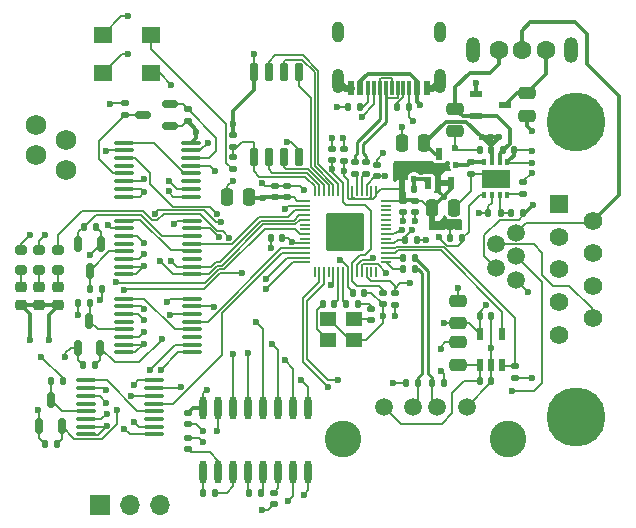
<source format=gtl>
G04 #@! TF.GenerationSoftware,KiCad,Pcbnew,7.0.8*
G04 #@! TF.CreationDate,2023-10-01T21:36:48-07:00*
G04 #@! TF.ProjectId,babelfish,62616265-6c66-4697-9368-2e6b69636164,REV1*
G04 #@! TF.SameCoordinates,Original*
G04 #@! TF.FileFunction,Copper,L1,Top*
G04 #@! TF.FilePolarity,Positive*
%FSLAX46Y46*%
G04 Gerber Fmt 4.6, Leading zero omitted, Abs format (unit mm)*
G04 Created by KiCad (PCBNEW 7.0.8) date 2023-10-01 21:36:48*
%MOMM*%
%LPD*%
G01*
G04 APERTURE LIST*
G04 Aperture macros list*
%AMRoundRect*
0 Rectangle with rounded corners*
0 $1 Rounding radius*
0 $2 $3 $4 $5 $6 $7 $8 $9 X,Y pos of 4 corners*
0 Add a 4 corners polygon primitive as box body*
4,1,4,$2,$3,$4,$5,$6,$7,$8,$9,$2,$3,0*
0 Add four circle primitives for the rounded corners*
1,1,$1+$1,$2,$3*
1,1,$1+$1,$4,$5*
1,1,$1+$1,$6,$7*
1,1,$1+$1,$8,$9*
0 Add four rect primitives between the rounded corners*
20,1,$1+$1,$2,$3,$4,$5,0*
20,1,$1+$1,$4,$5,$6,$7,0*
20,1,$1+$1,$6,$7,$8,$9,0*
20,1,$1+$1,$8,$9,$2,$3,0*%
G04 Aperture macros list end*
G04 #@! TA.AperFunction,SMDPad,CuDef*
%ADD10O,1.731496X0.343002*%
G04 #@! TD*
G04 #@! TA.AperFunction,SMDPad,CuDef*
%ADD11R,0.622301X1.104902*%
G04 #@! TD*
G04 #@! TA.AperFunction,SMDPad,CuDef*
%ADD12RoundRect,0.135000X-0.135000X-0.185000X0.135000X-0.185000X0.135000X0.185000X-0.135000X0.185000X0*%
G04 #@! TD*
G04 #@! TA.AperFunction,SMDPad,CuDef*
%ADD13RoundRect,0.150000X-0.150000X0.512500X-0.150000X-0.512500X0.150000X-0.512500X0.150000X0.512500X0*%
G04 #@! TD*
G04 #@! TA.AperFunction,SMDPad,CuDef*
%ADD14RoundRect,0.250000X0.475000X-0.250000X0.475000X0.250000X-0.475000X0.250000X-0.475000X-0.250000X0*%
G04 #@! TD*
G04 #@! TA.AperFunction,SMDPad,CuDef*
%ADD15RoundRect,0.135000X0.185000X-0.135000X0.185000X0.135000X-0.185000X0.135000X-0.185000X-0.135000X0*%
G04 #@! TD*
G04 #@! TA.AperFunction,SMDPad,CuDef*
%ADD16RoundRect,0.250000X0.250000X0.475000X-0.250000X0.475000X-0.250000X-0.475000X0.250000X-0.475000X0*%
G04 #@! TD*
G04 #@! TA.AperFunction,SMDPad,CuDef*
%ADD17C,1.500000*%
G04 #@! TD*
G04 #@! TA.AperFunction,ComponentPad*
%ADD18R,1.700000X1.700000*%
G04 #@! TD*
G04 #@! TA.AperFunction,ComponentPad*
%ADD19O,1.700000X1.700000*%
G04 #@! TD*
G04 #@! TA.AperFunction,SMDPad,CuDef*
%ADD20RoundRect,0.140000X-0.170000X0.140000X-0.170000X-0.140000X0.170000X-0.140000X0.170000X0.140000X0*%
G04 #@! TD*
G04 #@! TA.AperFunction,SMDPad,CuDef*
%ADD21RoundRect,0.218750X0.256250X-0.218750X0.256250X0.218750X-0.256250X0.218750X-0.256250X-0.218750X0*%
G04 #@! TD*
G04 #@! TA.AperFunction,SMDPad,CuDef*
%ADD22RoundRect,0.140000X0.140000X0.170000X-0.140000X0.170000X-0.140000X-0.170000X0.140000X-0.170000X0*%
G04 #@! TD*
G04 #@! TA.AperFunction,SMDPad,CuDef*
%ADD23RoundRect,0.140000X-0.140000X-0.170000X0.140000X-0.170000X0.140000X0.170000X-0.140000X0.170000X0*%
G04 #@! TD*
G04 #@! TA.AperFunction,SMDPad,CuDef*
%ADD24RoundRect,0.135000X0.135000X0.185000X-0.135000X0.185000X-0.135000X-0.185000X0.135000X-0.185000X0*%
G04 #@! TD*
G04 #@! TA.AperFunction,SMDPad,CuDef*
%ADD25RoundRect,0.135000X-0.185000X0.135000X-0.185000X-0.135000X0.185000X-0.135000X0.185000X0.135000X0*%
G04 #@! TD*
G04 #@! TA.AperFunction,ComponentPad*
%ADD26O,1.000000X2.100000*%
G04 #@! TD*
G04 #@! TA.AperFunction,ComponentPad*
%ADD27O,1.000000X1.800000*%
G04 #@! TD*
G04 #@! TA.AperFunction,SMDPad,CuDef*
%ADD28R,0.600000X1.240005*%
G04 #@! TD*
G04 #@! TA.AperFunction,SMDPad,CuDef*
%ADD29R,0.300000X1.240005*%
G04 #@! TD*
G04 #@! TA.AperFunction,SMDPad,CuDef*
%ADD30RoundRect,0.250000X-0.250000X-0.475000X0.250000X-0.475000X0.250000X0.475000X-0.250000X0.475000X0*%
G04 #@! TD*
G04 #@! TA.AperFunction,ComponentPad*
%ADD31C,1.750000*%
G04 #@! TD*
G04 #@! TA.AperFunction,SMDPad,CuDef*
%ADD32R,0.600000X1.070003*%
G04 #@! TD*
G04 #@! TA.AperFunction,SMDPad,CuDef*
%ADD33RoundRect,0.140000X0.170000X-0.140000X0.170000X0.140000X-0.170000X0.140000X-0.170000X-0.140000X0*%
G04 #@! TD*
G04 #@! TA.AperFunction,ComponentPad*
%ADD34O,1.599949X1.600000*%
G04 #@! TD*
G04 #@! TA.AperFunction,ComponentPad*
%ADD35O,1.200000X2.200000*%
G04 #@! TD*
G04 #@! TA.AperFunction,SMDPad,CuDef*
%ADD36RoundRect,0.200000X-0.275000X0.200000X-0.275000X-0.200000X0.275000X-0.200000X0.275000X0.200000X0*%
G04 #@! TD*
G04 #@! TA.AperFunction,SMDPad,CuDef*
%ADD37RoundRect,0.150000X0.512500X0.150000X-0.512500X0.150000X-0.512500X-0.150000X0.512500X-0.150000X0*%
G04 #@! TD*
G04 #@! TA.AperFunction,SMDPad,CuDef*
%ADD38R,0.350013X0.600000*%
G04 #@! TD*
G04 #@! TA.AperFunction,SMDPad,CuDef*
%ADD39R,2.400051X1.600000*%
G04 #@! TD*
G04 #@! TA.AperFunction,SMDPad,CuDef*
%ADD40RoundRect,0.150000X0.150000X-0.512500X0.150000X0.512500X-0.150000X0.512500X-0.150000X-0.512500X0*%
G04 #@! TD*
G04 #@! TA.AperFunction,SMDPad,CuDef*
%ADD41RoundRect,0.050000X-0.387500X-0.050000X0.387500X-0.050000X0.387500X0.050000X-0.387500X0.050000X0*%
G04 #@! TD*
G04 #@! TA.AperFunction,SMDPad,CuDef*
%ADD42RoundRect,0.050000X-0.050000X-0.387500X0.050000X-0.387500X0.050000X0.387500X-0.050000X0.387500X0*%
G04 #@! TD*
G04 #@! TA.AperFunction,ComponentPad*
%ADD43C,0.600000*%
G04 #@! TD*
G04 #@! TA.AperFunction,SMDPad,CuDef*
%ADD44RoundRect,0.144000X-1.456000X-1.456000X1.456000X-1.456000X1.456000X1.456000X-1.456000X1.456000X0*%
G04 #@! TD*
G04 #@! TA.AperFunction,ComponentPad*
%ADD45C,1.500000*%
G04 #@! TD*
G04 #@! TA.AperFunction,ComponentPad*
%ADD46C,3.100000*%
G04 #@! TD*
G04 #@! TA.AperFunction,SMDPad,CuDef*
%ADD47RoundRect,0.250000X-0.475000X0.250000X-0.475000X-0.250000X0.475000X-0.250000X0.475000X0.250000X0*%
G04 #@! TD*
G04 #@! TA.AperFunction,SMDPad,CuDef*
%ADD48R,1.400000X1.200000*%
G04 #@! TD*
G04 #@! TA.AperFunction,SMDPad,CuDef*
%ADD49O,0.602007X1.970993*%
G04 #@! TD*
G04 #@! TA.AperFunction,SMDPad,CuDef*
%ADD50RoundRect,0.150000X0.150000X-0.650000X0.150000X0.650000X-0.150000X0.650000X-0.150000X-0.650000X0*%
G04 #@! TD*
G04 #@! TA.AperFunction,SMDPad,CuDef*
%ADD51R,1.529997X1.359995*%
G04 #@! TD*
G04 #@! TA.AperFunction,SMDPad,CuDef*
%ADD52R,1.070003X0.600000*%
G04 #@! TD*
G04 #@! TA.AperFunction,ComponentPad*
%ADD53R,1.574803X1.574803*%
G04 #@! TD*
G04 #@! TA.AperFunction,ComponentPad*
%ADD54C,1.574803*%
G04 #@! TD*
G04 #@! TA.AperFunction,ComponentPad*
%ADD55C,5.000000*%
G04 #@! TD*
G04 #@! TA.AperFunction,ViaPad*
%ADD56C,0.600000*%
G04 #@! TD*
G04 #@! TA.AperFunction,Conductor*
%ADD57C,0.200000*%
G04 #@! TD*
G04 #@! TA.AperFunction,Conductor*
%ADD58C,0.150000*%
G04 #@! TD*
G04 #@! TA.AperFunction,Conductor*
%ADD59C,0.300000*%
G04 #@! TD*
G04 #@! TA.AperFunction,Conductor*
%ADD60C,0.600000*%
G04 #@! TD*
G04 #@! TA.AperFunction,Conductor*
%ADD61C,0.286000*%
G04 #@! TD*
G04 #@! TA.AperFunction,Conductor*
%ADD62C,0.152400*%
G04 #@! TD*
G04 APERTURE END LIST*
D10*
X93266655Y-81399796D03*
X93266655Y-82049784D03*
X93266655Y-82699771D03*
X93266655Y-83350012D03*
X93266655Y-84000000D03*
X93266655Y-84649987D03*
X93266655Y-85299974D03*
X93266655Y-85949962D03*
X98998177Y-85949962D03*
X98998177Y-85299974D03*
X98998177Y-84649987D03*
X98998177Y-84000000D03*
X98998177Y-83350012D03*
X98998177Y-82699771D03*
X98998177Y-82049784D03*
X98998177Y-81399796D03*
X93298177Y-87999822D03*
X93298177Y-88649810D03*
X93298177Y-89299797D03*
X93298177Y-89950038D03*
X93298177Y-90600026D03*
X93298177Y-91250013D03*
X93298177Y-91900000D03*
X93298177Y-92549988D03*
X99029699Y-92549988D03*
X99029699Y-91900000D03*
X99029699Y-91250013D03*
X99029699Y-90600026D03*
X99029699Y-89950038D03*
X99029699Y-89299797D03*
X99029699Y-88649810D03*
X99029699Y-87999822D03*
X93298177Y-94599796D03*
X93298177Y-95249784D03*
X93298177Y-95899771D03*
X93298177Y-96550012D03*
X93298177Y-97200000D03*
X93298177Y-97849987D03*
X93298177Y-98499974D03*
X93298177Y-99149962D03*
X99029699Y-99149962D03*
X99029699Y-98499974D03*
X99029699Y-97849987D03*
X99029699Y-97200000D03*
X99029699Y-96550012D03*
X99029699Y-95899771D03*
X99029699Y-95249784D03*
X99029699Y-94599796D03*
X90100000Y-101524917D03*
X90100000Y-102174905D03*
X90100000Y-102824892D03*
X90100000Y-103475133D03*
X90100000Y-104125121D03*
X90100000Y-104775108D03*
X90100000Y-105425095D03*
X90100000Y-106075083D03*
X95831522Y-106075083D03*
X95831522Y-105425095D03*
X95831522Y-104775108D03*
X95831522Y-104125121D03*
X95831522Y-103475133D03*
X95831522Y-102824892D03*
X95831522Y-102174905D03*
X95831522Y-101524917D03*
D11*
X123400585Y-100200000D03*
X124349785Y-100200000D03*
X125300000Y-100200000D03*
X125300000Y-97600050D03*
X123400585Y-97600050D03*
D12*
X89384000Y-94927500D03*
X90404000Y-94927500D03*
D13*
X91330000Y-89971800D03*
X89430000Y-89971800D03*
X90380000Y-92246800D03*
D14*
X121600000Y-96700000D03*
X121600000Y-94800000D03*
D15*
X98671377Y-79546774D03*
X98671377Y-78526774D03*
D16*
X118700000Y-81450000D03*
X116800000Y-81450000D03*
D17*
X126500000Y-93000000D03*
D18*
X91260000Y-112100000D03*
D19*
X93800000Y-112100000D03*
X96340000Y-112100000D03*
D20*
X98700000Y-106368830D03*
X98700000Y-107328830D03*
D21*
X84550000Y-95175000D03*
X84550000Y-93600000D03*
D22*
X106675500Y-89439000D03*
X105715500Y-89439000D03*
D23*
X116850000Y-85350000D03*
X117810000Y-85350000D03*
D24*
X118200000Y-101750000D03*
X117180000Y-101750000D03*
D25*
X116200000Y-94100000D03*
X116200000Y-95120000D03*
D21*
X86100000Y-95175000D03*
X86100000Y-93600000D03*
D26*
X120025500Y-76169086D03*
X111385419Y-76169086D03*
D27*
X111385419Y-71989000D03*
X120025500Y-71989000D03*
D28*
X118905358Y-76789101D03*
X118105510Y-76789101D03*
D29*
X116955396Y-76789101D03*
X115955396Y-76789101D03*
X115455523Y-76789101D03*
X114455523Y-76789101D03*
D28*
X112505561Y-76789101D03*
X113305409Y-76789101D03*
D29*
X113955396Y-76789101D03*
X114955396Y-76789101D03*
X116455523Y-76789101D03*
X117455523Y-76789101D03*
D20*
X106000000Y-111028830D03*
X106000000Y-111988830D03*
D30*
X119350000Y-86900000D03*
X121250000Y-86900000D03*
D31*
X88340000Y-83710000D03*
X85800000Y-82440000D03*
X88340000Y-81170000D03*
X85800000Y-79900000D03*
D15*
X127069979Y-85730051D03*
X127069979Y-84710051D03*
D24*
X121920000Y-89500000D03*
X120900000Y-89500000D03*
X117910500Y-91122600D03*
X116890500Y-91122600D03*
D17*
X124750000Y-92000000D03*
D25*
X102477600Y-80722800D03*
X102477600Y-81742800D03*
D20*
X117900000Y-86300000D03*
X117900000Y-87260000D03*
D32*
X119050038Y-84820154D03*
X120949962Y-84820154D03*
X120000000Y-82350000D03*
D33*
X111875500Y-82900000D03*
X111875500Y-81940000D03*
D34*
X128999975Y-73542990D03*
X127000000Y-73543066D03*
X125000000Y-73543066D03*
D35*
X122849886Y-73543066D03*
X131150114Y-73543066D03*
D36*
X84550000Y-90500000D03*
X84550000Y-92150000D03*
D20*
X116900000Y-86300000D03*
X116900000Y-87260000D03*
D37*
X97198177Y-79999974D03*
X97198177Y-78099974D03*
X94923177Y-79049974D03*
D21*
X87700000Y-95175000D03*
X87700000Y-93600000D03*
D24*
X88129600Y-101583200D03*
X87109600Y-101583200D03*
D25*
X126400000Y-100280000D03*
X126400000Y-101300000D03*
D23*
X103900000Y-111028830D03*
X104860000Y-111028830D03*
X117100000Y-89600000D03*
X118060000Y-89600000D03*
D38*
X123780139Y-85849848D03*
X124440032Y-85850102D03*
X125099926Y-85850102D03*
X125760073Y-85850102D03*
X125760073Y-83050000D03*
X125099926Y-83050000D03*
X124440032Y-83050000D03*
X123780139Y-83050000D03*
D39*
X124769979Y-84450051D03*
D17*
X124750000Y-90000000D03*
D23*
X123400000Y-101600000D03*
X124360000Y-101600000D03*
D25*
X113765500Y-83006200D03*
X113765500Y-84026200D03*
D40*
X86134800Y-105410000D03*
X88034800Y-105410000D03*
X87084800Y-103135000D03*
D41*
X108588000Y-86326500D03*
X108588000Y-86726500D03*
X108588000Y-87126500D03*
X108588000Y-87526500D03*
X108588000Y-87926500D03*
X108588000Y-88326500D03*
X108588000Y-88726500D03*
X108588000Y-89126500D03*
X108588000Y-89526500D03*
X108588000Y-89926500D03*
X108588000Y-90326500D03*
X108588000Y-90726500D03*
X108588000Y-91126500D03*
X108588000Y-91526500D03*
D42*
X109425500Y-92364000D03*
X109825500Y-92364000D03*
X110225500Y-92364000D03*
X110625500Y-92364000D03*
X111025500Y-92364000D03*
X111425500Y-92364000D03*
X111825500Y-92364000D03*
X112225500Y-92364000D03*
X112625500Y-92364000D03*
X113025500Y-92364000D03*
X113425500Y-92364000D03*
X113825500Y-92364000D03*
X114225500Y-92364000D03*
X114625500Y-92364000D03*
D41*
X115463000Y-91526500D03*
X115463000Y-91126500D03*
X115463000Y-90726500D03*
X115463000Y-90326500D03*
X115463000Y-89926500D03*
X115463000Y-89526500D03*
X115463000Y-89126500D03*
X115463000Y-88726500D03*
X115463000Y-88326500D03*
X115463000Y-87926500D03*
X115463000Y-87526500D03*
X115463000Y-87126500D03*
X115463000Y-86726500D03*
X115463000Y-86326500D03*
D42*
X114625500Y-85489000D03*
X114225500Y-85489000D03*
X113825500Y-85489000D03*
X113425500Y-85489000D03*
X113025500Y-85489000D03*
X112625500Y-85489000D03*
X112225500Y-85489000D03*
X111825500Y-85489000D03*
X111425500Y-85489000D03*
X111025500Y-85489000D03*
X110625500Y-85489000D03*
X110225500Y-85489000D03*
X109825500Y-85489000D03*
X109425500Y-85489000D03*
D43*
X110750500Y-87651500D03*
X110750500Y-88926500D03*
X110750500Y-90201500D03*
X112025500Y-87651500D03*
X112025500Y-88926500D03*
D44*
X112025500Y-88926500D03*
D43*
X112025500Y-90201500D03*
X113300500Y-87651500D03*
X113300500Y-88926500D03*
X113300500Y-90201500D03*
D12*
X86594600Y-106885000D03*
X87614600Y-106885000D03*
D23*
X123400000Y-96100000D03*
X124360000Y-96100000D03*
D45*
X115300000Y-103740000D03*
X117800000Y-103740000D03*
X119800000Y-103740000D03*
X122300000Y-103740000D03*
D46*
X111800000Y-106450000D03*
X125800000Y-106450000D03*
D24*
X113095227Y-95057862D03*
X112075227Y-95057862D03*
D36*
X86100000Y-90500000D03*
X86100000Y-92150000D03*
D24*
X113275500Y-78400000D03*
X112255500Y-78400000D03*
D20*
X122669979Y-83050051D03*
X122669979Y-84010051D03*
D33*
X107049600Y-86028200D03*
X107049600Y-85068200D03*
D24*
X127089979Y-87330051D03*
X126069979Y-87330051D03*
D25*
X112815400Y-83006200D03*
X112815400Y-84026200D03*
D36*
X87700000Y-90500000D03*
X87700000Y-92150000D03*
D12*
X119350000Y-101750000D03*
X120370000Y-101750000D03*
D33*
X114225227Y-96407862D03*
X114225227Y-95447862D03*
D24*
X91400000Y-93800000D03*
X90380000Y-93800000D03*
D40*
X89384000Y-98737500D03*
X91284000Y-98737500D03*
X90334000Y-96462500D03*
D25*
X93369577Y-78049974D03*
X93369577Y-79069974D03*
D12*
X89837200Y-100212500D03*
X90857200Y-100212500D03*
D47*
X121350000Y-78500000D03*
X121350000Y-80400000D03*
D48*
X112775227Y-96357798D03*
X110575075Y-96357798D03*
X110575075Y-98107862D03*
X112775227Y-98107862D03*
D49*
X100009982Y-109300000D03*
X101279985Y-109300000D03*
X102549987Y-109300000D03*
X103819990Y-109300000D03*
X105089992Y-109300000D03*
X106359995Y-109300000D03*
X107629997Y-109300000D03*
X108900000Y-109300000D03*
X108900000Y-103828830D03*
X107629997Y-103828830D03*
X106359995Y-103828830D03*
X105089992Y-103828830D03*
X103819990Y-103828830D03*
X102549987Y-103828830D03*
X101279985Y-103828830D03*
X100009982Y-103828830D03*
D14*
X121600000Y-100200000D03*
X121600000Y-98300000D03*
D17*
X126500000Y-89000000D03*
D23*
X100000000Y-111028830D03*
X100960000Y-111028830D03*
X110115227Y-95057798D03*
X111075227Y-95057798D03*
D33*
X110925500Y-82899000D03*
X110925500Y-81939000D03*
X106033600Y-86028200D03*
X106033600Y-85068200D03*
D47*
X127400000Y-77200000D03*
X127400000Y-79100000D03*
D20*
X98700000Y-104268830D03*
X98700000Y-105228830D03*
D33*
X114705500Y-84230000D03*
X114705500Y-83270000D03*
D24*
X125169979Y-87330051D03*
X124149979Y-87330051D03*
D16*
X103900000Y-86000000D03*
X102000000Y-86000000D03*
D24*
X90925600Y-88498200D03*
X89905600Y-88498200D03*
X117910500Y-92087800D03*
X116890500Y-92087800D03*
D50*
X104281000Y-82629800D03*
X105551000Y-82629800D03*
X106821000Y-82629800D03*
X108091000Y-82629800D03*
X108091000Y-75429800D03*
X106821000Y-75429800D03*
X105551000Y-75429800D03*
X104281000Y-75429800D03*
D51*
X91500000Y-72250000D03*
X95570104Y-72250000D03*
X91500000Y-75500000D03*
X95570104Y-75500000D03*
D23*
X125369979Y-82050051D03*
X126329979Y-82050051D03*
D52*
X123100000Y-77250000D03*
X123100000Y-79149924D03*
X125570154Y-78199962D03*
D22*
X124369979Y-82050051D03*
X123409979Y-82050051D03*
D17*
X126500000Y-91000000D03*
D12*
X116430000Y-78400000D03*
X117450000Y-78400000D03*
D25*
X102477600Y-82630400D03*
X102477600Y-83650400D03*
D23*
X112675500Y-94089000D03*
X113635500Y-94089000D03*
D20*
X115200000Y-94089000D03*
X115200000Y-95049000D03*
D53*
X130160020Y-86600076D03*
D54*
X130160020Y-89360045D03*
X130160020Y-92120015D03*
X130160020Y-94879985D03*
X130160020Y-97639954D03*
X133000000Y-87980061D03*
X133000000Y-90740030D03*
X133000000Y-93500000D03*
X133000000Y-96259969D03*
D55*
X131579883Y-79619888D03*
X131579883Y-104619888D03*
D56*
X116800000Y-88800000D03*
X120000000Y-89400000D03*
X117700000Y-88800000D03*
X86900000Y-98100000D03*
X85300000Y-98100000D03*
X102500000Y-84600000D03*
X123100000Y-76300000D03*
X127800000Y-80400000D03*
X121300000Y-81800000D03*
X105000000Y-112500000D03*
X125369979Y-84130051D03*
X127500000Y-94000000D03*
X116800000Y-80100000D03*
X91825905Y-104350013D03*
X115200000Y-96100000D03*
X100000000Y-106700000D03*
X93600000Y-70700000D03*
X95000000Y-97400000D03*
X105700000Y-90300000D03*
X120100000Y-98900000D03*
X95000000Y-85600000D03*
X118900000Y-89600000D03*
X95025905Y-91800013D03*
X127800000Y-83100000D03*
X95000000Y-98400000D03*
X121600000Y-93700000D03*
X117900000Y-88000000D03*
X116050000Y-101750000D03*
X110800000Y-93410000D03*
X111300000Y-78400000D03*
X117800000Y-79550000D03*
X101200000Y-105800000D03*
X115225000Y-82300000D03*
X116900000Y-88000000D03*
X91825905Y-105350013D03*
X124069979Y-84130051D03*
X105000000Y-84800000D03*
X113425000Y-79175000D03*
X111875000Y-81025000D03*
X110925000Y-81025000D03*
X124769979Y-84830051D03*
X127800000Y-82080051D03*
X108500000Y-85400000D03*
X93600000Y-73900000D03*
X127800000Y-83930051D03*
X123369979Y-87330051D03*
X120100000Y-100700000D03*
X124400000Y-98800000D03*
X95025905Y-90800013D03*
X94975905Y-84500000D03*
X117850000Y-84450000D03*
X100000000Y-105800000D03*
X107100000Y-81300000D03*
X127950000Y-86650000D03*
X118350000Y-78200000D03*
X121400000Y-83300000D03*
X88300000Y-99500000D03*
X97500000Y-88300000D03*
X86000000Y-104000000D03*
X116200000Y-96100000D03*
X107500000Y-89800000D03*
X104300000Y-73900000D03*
X90400000Y-90900000D03*
X127800000Y-101300000D03*
X119800000Y-83650000D03*
X111875500Y-83789000D03*
X120500000Y-88300000D03*
X111600000Y-91300000D03*
X116900000Y-83750000D03*
X105025500Y-86039000D03*
X121300000Y-88300000D03*
X100300000Y-102300000D03*
X94100000Y-101900000D03*
X96900000Y-94900000D03*
X119700000Y-88300000D03*
X102477600Y-79814000D03*
X99400000Y-80500000D03*
X110925500Y-83589000D03*
X115425500Y-84189000D03*
X120400000Y-96700000D03*
X123979122Y-95120878D03*
X125069979Y-80930051D03*
X123569979Y-80930051D03*
X126100000Y-102400000D03*
X124369979Y-80930051D03*
X97300000Y-76500000D03*
X117500000Y-93300000D03*
X115500000Y-92400000D03*
X114400000Y-91177000D03*
X110590000Y-102050000D03*
X111400000Y-101470000D03*
X92600000Y-93200000D03*
X85300000Y-89200000D03*
X93300000Y-93824500D03*
X103300000Y-92400000D03*
X86600000Y-89200000D03*
X105300000Y-92900000D03*
X102179122Y-89420878D03*
X105300000Y-93800000D03*
X89400000Y-96000000D03*
X91300000Y-94700000D03*
X86300000Y-99500000D03*
X92100000Y-78100000D03*
X101200000Y-87400000D03*
X101500000Y-88100000D03*
X95900500Y-87400250D03*
X95000000Y-89900000D03*
X91800000Y-103400000D03*
X95000000Y-96400000D03*
X96500000Y-98000000D03*
X97200000Y-96000000D03*
X93900000Y-102850000D03*
X92700000Y-104050000D03*
X101000000Y-83800000D03*
X106900000Y-87000000D03*
X91800000Y-82100000D03*
X102500000Y-99300000D03*
X100400000Y-81400000D03*
X105800000Y-98400000D03*
X97100000Y-84600000D03*
X97300000Y-91400000D03*
X97100000Y-85500000D03*
X96300000Y-91400000D03*
X103800000Y-99200000D03*
X91900000Y-88400000D03*
X101300000Y-89400000D03*
X104500000Y-96600000D03*
X95000000Y-95500000D03*
X107200000Y-111724500D03*
X100900000Y-95300000D03*
X106884495Y-99800000D03*
X94100000Y-105000000D03*
X95500000Y-100600000D03*
X96400000Y-100600000D03*
X93300000Y-105600000D03*
X108500000Y-111200000D03*
X91800000Y-102300000D03*
X108300000Y-101500000D03*
X98100000Y-102100000D03*
D57*
X112775227Y-98107862D02*
X113792138Y-98107862D01*
X113792138Y-98107862D02*
X115200000Y-96700000D01*
X115200000Y-96700000D02*
X115200000Y-96100000D01*
X110575075Y-96357798D02*
X110657798Y-96357798D01*
X110657798Y-96357798D02*
X112407862Y-98107862D01*
X112407862Y-98107862D02*
X112775227Y-98107862D01*
X117700000Y-88800000D02*
X117100000Y-89400000D01*
X117100000Y-89400000D02*
X117100000Y-89600000D01*
X116073500Y-89126500D02*
X116800000Y-88800000D01*
X115463000Y-89126500D02*
X116073500Y-89126500D01*
D58*
X120670884Y-90100000D02*
X120000000Y-89429116D01*
X120000000Y-89429116D02*
X120000000Y-89400000D01*
X120670884Y-90100000D02*
X120700000Y-90100000D01*
X120700000Y-90100000D02*
X121600000Y-90100000D01*
D59*
X86900000Y-98100000D02*
X86900000Y-98200000D01*
X87700000Y-95175000D02*
X87700000Y-95200000D01*
X87700000Y-95200000D02*
X86900000Y-96000000D01*
X86900000Y-96000000D02*
X86900000Y-98100000D01*
X85300000Y-95900000D02*
X85300000Y-98100000D01*
X84550000Y-95175000D02*
X84575000Y-95175000D01*
X84575000Y-95175000D02*
X85300000Y-95900000D01*
D57*
X102000000Y-85100000D02*
X102500000Y-84600000D01*
X102000000Y-86000000D02*
X102000000Y-85100000D01*
D59*
X123200000Y-76300000D02*
X123200000Y-76300000D01*
X123100000Y-76300000D02*
X123200000Y-76300000D01*
X123100000Y-76400000D02*
X123100000Y-76300000D01*
X123100000Y-76400000D02*
X123100000Y-76400000D01*
X123100000Y-77250000D02*
X123100000Y-76400000D01*
X121350000Y-78500000D02*
X121350000Y-76700000D01*
X121350000Y-76700000D02*
X122550000Y-75500000D01*
X124250000Y-75500000D02*
X125000000Y-74750000D01*
X125000000Y-74750000D02*
X125000000Y-73543066D01*
X122550000Y-75500000D02*
X124250000Y-75500000D01*
D57*
X127800000Y-82080051D02*
X127770000Y-82050051D01*
X127770000Y-82050051D02*
X126329979Y-82050051D01*
D59*
X127400000Y-80000000D02*
X127800000Y-80400000D01*
X127400000Y-79100000D02*
X127400000Y-80000000D01*
D57*
X127069979Y-84710051D02*
X127069979Y-84660072D01*
X127069979Y-84660072D02*
X127800000Y-83930051D01*
X127800000Y-83100000D02*
X125810073Y-83100000D01*
X125810073Y-83100000D02*
X125760073Y-83049999D01*
X125760073Y-83049999D02*
X126005036Y-82805036D01*
D59*
X126329979Y-82480094D02*
X126005036Y-82805036D01*
X126005036Y-82805036D02*
X125760073Y-83050000D01*
D57*
X127800000Y-83100000D02*
X127900000Y-83100000D01*
X123409979Y-82050051D02*
X121550051Y-82050051D01*
X121550051Y-82050051D02*
X121300000Y-81800000D01*
X121350000Y-81750000D02*
X121300000Y-81800000D01*
X121350000Y-80400000D02*
X121350000Y-81750000D01*
D59*
X121400000Y-83300000D02*
X122420030Y-83300000D01*
X122420030Y-83300000D02*
X122669979Y-83050051D01*
X123569979Y-80930051D02*
X122239852Y-79599924D01*
X122239852Y-79599924D02*
X120999924Y-79599924D01*
X120999848Y-79600000D02*
X120550000Y-79600000D01*
X120999924Y-79599924D02*
X120999848Y-79600000D01*
X120550000Y-79600000D02*
X118700000Y-81450000D01*
D58*
X93298177Y-97849987D02*
X94550013Y-97849987D01*
X98700000Y-106368830D02*
X99668830Y-106368830D01*
X91500000Y-72250000D02*
X93050000Y-70700000D01*
D60*
X112005434Y-76789101D02*
X111385419Y-76169086D01*
D57*
X116900000Y-87260000D02*
X116900000Y-88000000D01*
X124440032Y-86459998D02*
X124149979Y-86750051D01*
X108168200Y-85068200D02*
X108500000Y-85400000D01*
D58*
X114455523Y-78144477D02*
X114455523Y-76789101D01*
X95000000Y-85600000D02*
X94650025Y-85949975D01*
X91075943Y-106099975D02*
X91825905Y-105350013D01*
D57*
X114705500Y-82819500D02*
X115225000Y-82300000D01*
X114705500Y-83270000D02*
X114705500Y-82819500D01*
D58*
X94575918Y-91250000D02*
X95025905Y-90800013D01*
D57*
X124349785Y-98850215D02*
X124400000Y-98800000D01*
D58*
X94275943Y-92549975D02*
X95025905Y-91800013D01*
D57*
X110925000Y-81050000D02*
X110925500Y-81049500D01*
D59*
X126329979Y-82050051D02*
X126329979Y-82480094D01*
D58*
X91500000Y-75500000D02*
X93100000Y-73900000D01*
D57*
X118060000Y-89600000D02*
X118900000Y-89600000D01*
D58*
X95000000Y-85600000D02*
X94699987Y-85299987D01*
D59*
X118000000Y-84450000D02*
X117950000Y-84500000D01*
X117810000Y-84640000D02*
X117850000Y-84600000D01*
D58*
X94699987Y-85299987D02*
X93274082Y-85299987D01*
X90124082Y-104800000D02*
X91375918Y-104800000D01*
D57*
X124149979Y-86750051D02*
X124149979Y-87330051D01*
X124360000Y-98760000D02*
X124360000Y-96100000D01*
X107049600Y-85068200D02*
X108168200Y-85068200D01*
X124360000Y-101680000D02*
X122300000Y-103740000D01*
X114240000Y-94089000D02*
X115200000Y-95049000D01*
D58*
X93100000Y-73900000D02*
X93600000Y-73900000D01*
D57*
X120500000Y-98300000D02*
X121600000Y-98300000D01*
X121600000Y-94800000D02*
X121600000Y-93700000D01*
X124349785Y-100200000D02*
X124349785Y-101589785D01*
X116800000Y-81450000D02*
X116800000Y-80100000D01*
D60*
X112505561Y-76789101D02*
X112005434Y-76789101D01*
D57*
X120100000Y-98700000D02*
X120500000Y-98300000D01*
X113635500Y-94089000D02*
X114240000Y-94089000D01*
D58*
X101279985Y-105720015D02*
X101200000Y-105800000D01*
D57*
X124349785Y-101589785D02*
X124360000Y-101600000D01*
X117900000Y-87260000D02*
X117900000Y-88000000D01*
X120370000Y-100970000D02*
X120100000Y-100700000D01*
D58*
X113425000Y-79175000D02*
X114455523Y-78144477D01*
D57*
X122669979Y-84010051D02*
X123949979Y-84010051D01*
X106033600Y-85068200D02*
X105268200Y-85068200D01*
D58*
X98700000Y-105228830D02*
X99428830Y-105228830D01*
X91375918Y-104800000D02*
X91825905Y-104350013D01*
D57*
X117180000Y-101750000D02*
X116050000Y-101750000D01*
X117450000Y-79200000D02*
X117800000Y-79550000D01*
X111875500Y-81075500D02*
X111875000Y-81075000D01*
D58*
X93050000Y-70700000D02*
X93600000Y-70700000D01*
X111025500Y-92364000D02*
X111025500Y-93184500D01*
X90124082Y-106099975D02*
X91075943Y-106099975D01*
D57*
X110925500Y-81050500D02*
X110925000Y-81050000D01*
X123949979Y-84010051D02*
X124069979Y-84130051D01*
X120370000Y-101750000D02*
X120370000Y-100970000D01*
D58*
X93298177Y-98499974D02*
X94900026Y-98499974D01*
X117455523Y-78394477D02*
X117450000Y-78400000D01*
D59*
X117810000Y-85350000D02*
X117810000Y-84640000D01*
D57*
X122669979Y-84010051D02*
X122669979Y-85480021D01*
D59*
X117950000Y-84500000D02*
X118729884Y-84500000D01*
D58*
X115200000Y-95049000D02*
X115200000Y-96100000D01*
D57*
X105715500Y-89439000D02*
X105715500Y-90284500D01*
D58*
X94900026Y-98499974D02*
X95000000Y-98400000D01*
X99428830Y-105228830D02*
X100000000Y-105800000D01*
D57*
X110925500Y-81049500D02*
X110925500Y-81025500D01*
D58*
X106000000Y-111988830D02*
X105488830Y-112500000D01*
X94650025Y-85949975D02*
X93274082Y-85949975D01*
X101279985Y-103828830D02*
X101279985Y-105720015D01*
D57*
X110925500Y-81939000D02*
X110925500Y-81050500D01*
D58*
X112255500Y-78400000D02*
X111300000Y-78400000D01*
D59*
X117850000Y-84450000D02*
X118000000Y-84450000D01*
D57*
X107400000Y-81300000D02*
X107100000Y-81300000D01*
X124400000Y-98800000D02*
X124360000Y-98760000D01*
X105715500Y-90284500D02*
X105700000Y-90300000D01*
X122669979Y-85480021D02*
X121250000Y-86900000D01*
X111875000Y-81075000D02*
X111875000Y-81025000D01*
D58*
X94550013Y-97849987D02*
X95000000Y-97400000D01*
D59*
X118729884Y-84500000D02*
X119050038Y-84820154D01*
D58*
X94250038Y-99149962D02*
X95000000Y-98400000D01*
X93324082Y-91250000D02*
X94575918Y-91250000D01*
D57*
X106033600Y-85068200D02*
X107049600Y-85068200D01*
X117450000Y-78400000D02*
X117450000Y-79200000D01*
D58*
X126500000Y-93000000D02*
X127500000Y-94000000D01*
X117455523Y-76789101D02*
X117455523Y-78394477D01*
D57*
X124440032Y-85850102D02*
X124440032Y-86459998D01*
D58*
X93324082Y-92549975D02*
X94275943Y-92549975D01*
D57*
X124349785Y-100200000D02*
X124349785Y-98850215D01*
D58*
X90124082Y-105449987D02*
X91725931Y-105449987D01*
D57*
X105268200Y-85068200D02*
X105000000Y-84800000D01*
X108091000Y-81991000D02*
X107400000Y-81300000D01*
D59*
X117850000Y-84600000D02*
X117850000Y-84450000D01*
D58*
X93298177Y-99149962D02*
X94250038Y-99149962D01*
D57*
X108091000Y-82629800D02*
X108091000Y-81991000D01*
D58*
X94975905Y-84500000D02*
X94825905Y-84650000D01*
X111025500Y-93184500D02*
X110800000Y-93410000D01*
D57*
X111875500Y-81940000D02*
X111875500Y-81075500D01*
X123369979Y-87330051D02*
X124149979Y-87330051D01*
D58*
X105488830Y-112500000D02*
X105000000Y-112500000D01*
X94825905Y-84650000D02*
X93274082Y-84650000D01*
X93324082Y-91899987D02*
X94925931Y-91899987D01*
X91725931Y-105449987D02*
X91825905Y-105350013D01*
D60*
X118905358Y-76789101D02*
X119405485Y-76789101D01*
D58*
X99668830Y-106368830D02*
X100000000Y-106700000D01*
D57*
X124360000Y-101600000D02*
X124360000Y-101680000D01*
D60*
X119405485Y-76789101D02*
X120025500Y-76169086D01*
D58*
X94925931Y-91899987D02*
X95025905Y-91800013D01*
D59*
X84550000Y-95175000D02*
X87700000Y-95175000D01*
X118350000Y-78150000D02*
X118350000Y-78200000D01*
X113305409Y-76204542D02*
X113940852Y-75569099D01*
D58*
X125100000Y-87900000D02*
X126710015Y-87900000D01*
D59*
X118105510Y-77905510D02*
X118350000Y-78150000D01*
X122669979Y-83050051D02*
X123780088Y-83050051D01*
X117479973Y-75569099D02*
X118105510Y-76194636D01*
X127089979Y-87330051D02*
X127269949Y-87330051D01*
X127269949Y-87330051D02*
X127950000Y-86650000D01*
D58*
X124750000Y-92000000D02*
X123775000Y-91025000D01*
D59*
X113305409Y-76789101D02*
X113305409Y-76204542D01*
D58*
X123775000Y-91025000D02*
X123775000Y-89225000D01*
D59*
X118105510Y-76789101D02*
X118105510Y-77905510D01*
D58*
X126710015Y-87900000D02*
X127089979Y-87520036D01*
D59*
X118105510Y-76194636D02*
X118105510Y-76789101D01*
D58*
X127089979Y-87520036D02*
X127089979Y-87330051D01*
X123775000Y-89225000D02*
X125100000Y-87900000D01*
D59*
X113940852Y-75569099D02*
X117479973Y-75569099D01*
X123780088Y-83050051D02*
X123780139Y-83050000D01*
D58*
X111425500Y-92364000D02*
X111425500Y-94707525D01*
X111425500Y-94707525D02*
X111075227Y-95057798D01*
X112075227Y-95057862D02*
X111825227Y-94807862D01*
X111825227Y-94807862D02*
X111825227Y-92364273D01*
D57*
X126400000Y-101300000D02*
X127800000Y-101300000D01*
D58*
X112225500Y-92364000D02*
X112225500Y-93639000D01*
D57*
X115050000Y-85350000D02*
X116850000Y-85350000D01*
D58*
X128700000Y-92600000D02*
X129600000Y-93500000D01*
X89384000Y-99757500D02*
X89837200Y-100210700D01*
X97800178Y-87999822D02*
X99029699Y-87999822D01*
X86134800Y-105410000D02*
X86134800Y-104234800D01*
D59*
X99400000Y-80500000D02*
X99400000Y-80275397D01*
X100009982Y-103828830D02*
X99140000Y-103828830D01*
D57*
X111875600Y-84179200D02*
X111875600Y-83789100D01*
D58*
X86134800Y-106425200D02*
X86594600Y-106885000D01*
X89384000Y-98737500D02*
X89384000Y-99757500D01*
D57*
X113999764Y-86176500D02*
X112851236Y-86176500D01*
X117100000Y-89600000D02*
X116452000Y-89600000D01*
X118500000Y-86300000D02*
X118849962Y-86649962D01*
X116125500Y-89926500D02*
X115463000Y-89926500D01*
D58*
X128000000Y-90000000D02*
X128700000Y-90700000D01*
X97198177Y-79999974D02*
X98218177Y-79999974D01*
D59*
X102477600Y-78722400D02*
X104281000Y-76919000D01*
D57*
X107500000Y-89800000D02*
X107139000Y-89439000D01*
D58*
X100009982Y-102590018D02*
X100300000Y-102300000D01*
D57*
X111875600Y-83789100D02*
X111875500Y-83789000D01*
X114225500Y-85489000D02*
X114225500Y-85950764D01*
D58*
X88300000Y-99200000D02*
X88300000Y-99500000D01*
D57*
X114625500Y-85926500D02*
X114625500Y-85774500D01*
D58*
X95831522Y-101524917D02*
X94475083Y-101524917D01*
D57*
X112225500Y-85489000D02*
X112225500Y-84529100D01*
D58*
X128700000Y-90700000D02*
X128700000Y-92600000D01*
D57*
X116873500Y-86326500D02*
X116900000Y-86300000D01*
X112313000Y-86176500D02*
X112225500Y-86089000D01*
D59*
X99140000Y-103828830D02*
X98700000Y-104268830D01*
X102477600Y-79814000D02*
X102477600Y-78722400D01*
X120949962Y-85300038D02*
X119350000Y-86900000D01*
D58*
X91330000Y-89971800D02*
X90401800Y-90900000D01*
X86000000Y-104100000D02*
X86000000Y-104000000D01*
X100009982Y-103828830D02*
X100009982Y-102590018D01*
X111600000Y-91300000D02*
X111644037Y-91300000D01*
D57*
X112851236Y-86176500D02*
X112625500Y-85950764D01*
D58*
X133000000Y-95500000D02*
X133000000Y-96259969D01*
X88300000Y-99200000D02*
X88762500Y-98737500D01*
D57*
X111644037Y-91300000D02*
X112225500Y-91881463D01*
D59*
X106033600Y-86028200D02*
X107049600Y-86028200D01*
D57*
X114625500Y-85926500D02*
X114375500Y-86176500D01*
D58*
X120900000Y-89500000D02*
X120900000Y-88700000D01*
X97200204Y-94599796D02*
X96900000Y-94900000D01*
X91330000Y-89971800D02*
X91330000Y-88953800D01*
X97500000Y-88300000D02*
X97800178Y-87999822D01*
D57*
X116452000Y-89600000D02*
X116125500Y-89926500D01*
X114225500Y-85950764D02*
X113999764Y-86176500D01*
D59*
X120949962Y-84820154D02*
X120949962Y-85300038D01*
X103939000Y-86039000D02*
X103900000Y-86000000D01*
X102477600Y-79814000D02*
X102477600Y-80752800D01*
D58*
X120900000Y-88700000D02*
X121300000Y-88300000D01*
D57*
X112225500Y-91881463D02*
X112225500Y-92364000D01*
X114625500Y-85489000D02*
X114625500Y-85926500D01*
D58*
X124750000Y-90000000D02*
X128000000Y-90000000D01*
D59*
X90401800Y-90900000D02*
X90400000Y-90900000D01*
D57*
X112851236Y-86176500D02*
X112313000Y-86176500D01*
D59*
X99400000Y-80275397D02*
X98671377Y-79546774D01*
D58*
X86134800Y-104234800D02*
X86000000Y-104100000D01*
D59*
X98998177Y-81399796D02*
X99400000Y-80997973D01*
D57*
X108588000Y-89926500D02*
X107626500Y-89926500D01*
X114375500Y-86176500D02*
X113999764Y-86176500D01*
D58*
X131000000Y-93500000D02*
X133000000Y-95500000D01*
D57*
X107626500Y-89926500D02*
X107500000Y-89800000D01*
X108588000Y-86326500D02*
X107970100Y-86326500D01*
X111905450Y-84209050D02*
X111875600Y-84179200D01*
D58*
X98218177Y-79999974D02*
X98671377Y-79546774D01*
D57*
X104281000Y-73919000D02*
X104300000Y-73900000D01*
X107139000Y-89439000D02*
X106675500Y-89439000D01*
D58*
X129600000Y-93500000D02*
X131000000Y-93500000D01*
D59*
X105036300Y-86028200D02*
X105025500Y-86039000D01*
D57*
X117900000Y-86300000D02*
X118500000Y-86300000D01*
D59*
X105025500Y-86039000D02*
X103939000Y-86039000D01*
D58*
X116200000Y-95120000D02*
X116200000Y-96100000D01*
D59*
X104281000Y-76919000D02*
X104281000Y-75429800D01*
D57*
X104281000Y-75429800D02*
X104281000Y-73919000D01*
X112625500Y-85950764D02*
X112625500Y-85489000D01*
X111875500Y-83789000D02*
X111875600Y-83788900D01*
D58*
X86134800Y-105410000D02*
X86134800Y-106425200D01*
D57*
X107671800Y-86028200D02*
X107049600Y-86028200D01*
D58*
X99029699Y-94599796D02*
X97200204Y-94599796D01*
D57*
X111875600Y-83788900D02*
X111875600Y-82949100D01*
D58*
X91330000Y-88953800D02*
X90925600Y-88549400D01*
D57*
X112225500Y-84529100D02*
X111905450Y-84209050D01*
D59*
X99400000Y-80997973D02*
X99400000Y-80500000D01*
X106033600Y-86028200D02*
X105036300Y-86028200D01*
D57*
X115463000Y-86326500D02*
X116873500Y-86326500D01*
D58*
X112225500Y-93639000D02*
X112675500Y-94089000D01*
D57*
X112225500Y-85489000D02*
X112225500Y-86089000D01*
X107970100Y-86326500D02*
X107671800Y-86028200D01*
D58*
X94475083Y-101524917D02*
X94100000Y-101900000D01*
D57*
X114625500Y-85774500D02*
X115050000Y-85350000D01*
X116900000Y-86300000D02*
X117900000Y-86300000D01*
D58*
X89384000Y-98737500D02*
X88762500Y-98737500D01*
X115175500Y-94089000D02*
X115175500Y-93799000D01*
X112100000Y-86700000D02*
X113700000Y-86700000D01*
X112625500Y-91539000D02*
X112625500Y-92364000D01*
X114200000Y-90400000D02*
X113700000Y-90900000D01*
D57*
X113825500Y-84956525D02*
X113825500Y-85190472D01*
D58*
X115088250Y-93711750D02*
X115200000Y-93823500D01*
X112625500Y-93139000D02*
X113025500Y-93539000D01*
X113700000Y-86700000D02*
X114200000Y-87200000D01*
X115175500Y-93799000D02*
X115088250Y-93711750D01*
D57*
X110925500Y-83589000D02*
X110935800Y-83578700D01*
D58*
X115088250Y-93711750D02*
X114915500Y-93539000D01*
X111825500Y-85489000D02*
X111825500Y-86425500D01*
X111825500Y-85489000D02*
X111825500Y-84765496D01*
X114200000Y-87200000D02*
X114200000Y-90400000D01*
D57*
X110935800Y-83578700D02*
X110935800Y-82909300D01*
D58*
X111825500Y-86425500D02*
X112100000Y-86700000D01*
X113025500Y-93539000D02*
X114915500Y-93539000D01*
D57*
X114705500Y-84230000D02*
X115384500Y-84230000D01*
D58*
X111825500Y-84765496D02*
X110935800Y-83875796D01*
X112625500Y-92364000D02*
X112625500Y-93139000D01*
D57*
X114552025Y-84230000D02*
X113825500Y-84956525D01*
D58*
X113264500Y-90900000D02*
X112625500Y-91539000D01*
X110935800Y-83599300D02*
X110925500Y-83589000D01*
X110935800Y-83875796D02*
X110935800Y-83599300D01*
X115384500Y-84230000D02*
X115425500Y-84189000D01*
X113700000Y-90900000D02*
X113264500Y-90900000D01*
X115200000Y-93823500D02*
X115200000Y-94089000D01*
X101932600Y-83105400D02*
X102477600Y-83650400D01*
X101932600Y-79832600D02*
X101932600Y-83105400D01*
X95570104Y-73470104D02*
X101932600Y-79832600D01*
X95570104Y-72250000D02*
X95570104Y-73470104D01*
X86100000Y-93600000D02*
X86100000Y-92150000D01*
X126500000Y-91000000D02*
X128700000Y-93200000D01*
D57*
X123400000Y-96100000D02*
X123400000Y-95700000D01*
D59*
X124369979Y-82050051D02*
X124369979Y-80930051D01*
X124440032Y-82120104D02*
X124369979Y-82050051D01*
D57*
X121600000Y-96700000D02*
X120400000Y-96700000D01*
D58*
X128000000Y-102400000D02*
X126100000Y-102400000D01*
D57*
X123400000Y-97599465D02*
X123400585Y-97600050D01*
D59*
X123569979Y-80930051D02*
X125069979Y-80930051D01*
X120000000Y-82350000D02*
X119600000Y-82350000D01*
X124369979Y-81630051D02*
X123669979Y-80930051D01*
X124369979Y-81630051D02*
X125069979Y-80930051D01*
X123669979Y-80930051D02*
X123569979Y-80930051D01*
X124369979Y-82050051D02*
X124369979Y-81630051D01*
X123569979Y-80930051D02*
X123569979Y-80830051D01*
D58*
X128700000Y-93200000D02*
X128700000Y-101700000D01*
D57*
X123400000Y-96100000D02*
X123400000Y-97599465D01*
X122500535Y-96700000D02*
X121600000Y-96700000D01*
X123400000Y-95700000D02*
X123979122Y-95120878D01*
D58*
X128700000Y-101700000D02*
X128000000Y-102400000D01*
D59*
X124369979Y-82050051D02*
X124369979Y-81730051D01*
X123569979Y-80830051D02*
X123669979Y-80930051D01*
X119600000Y-82350000D02*
X118700000Y-81450000D01*
X124440032Y-83050000D02*
X124440032Y-82120104D01*
D57*
X123400585Y-97600050D02*
X122500535Y-96700000D01*
D59*
X121999924Y-79149924D02*
X121350000Y-78500000D01*
X123100000Y-79149924D02*
X121999924Y-79149924D01*
X125099926Y-83050000D02*
X125099926Y-82320104D01*
X124849924Y-79149924D02*
X125950000Y-80250000D01*
X125099926Y-82320104D02*
X125369979Y-82050051D01*
X125950000Y-81470030D02*
X125369979Y-82050051D01*
X123100000Y-79149924D02*
X124849924Y-79149924D01*
X125950000Y-80250000D02*
X125950000Y-81470030D01*
D58*
X95799796Y-81399796D02*
X97907429Y-83507429D01*
X98393180Y-84000000D02*
X98998177Y-84000000D01*
X93266655Y-81399796D02*
X95799796Y-81399796D01*
X97907429Y-83514249D02*
X98393180Y-84000000D01*
X97907429Y-83507429D02*
X97907429Y-83514249D01*
X97231522Y-90500000D02*
X99029699Y-90500000D01*
X93298177Y-87899796D02*
X94631318Y-87899796D01*
X94631318Y-87899796D02*
X97231522Y-90500000D01*
D57*
X119350000Y-103290000D02*
X119800000Y-103740000D01*
D61*
X119019600Y-92231700D02*
X119019600Y-100939599D01*
D57*
X119350000Y-101750000D02*
X119350000Y-103290000D01*
D61*
X119350000Y-101269999D02*
X119350000Y-101750000D01*
X119019600Y-100939599D02*
X119350000Y-101269999D01*
X117910500Y-91122600D02*
X119019600Y-92231700D01*
D58*
X115463000Y-91126500D02*
X116886600Y-91126500D01*
X116024300Y-92087800D02*
X116890500Y-92087800D01*
X115463000Y-91526500D02*
X116024300Y-92087800D01*
X116200000Y-93513500D02*
X116200000Y-93800000D01*
X113825500Y-92364000D02*
X113825500Y-92790409D01*
X114174091Y-93139000D02*
X115825500Y-93139000D01*
X116200000Y-93800000D02*
X116700000Y-93300000D01*
X116200000Y-93800000D02*
X116200000Y-94100000D01*
X96300000Y-75500000D02*
X97300000Y-76500000D01*
X113825500Y-92790409D02*
X114174091Y-93139000D01*
X95570104Y-75500000D02*
X96300000Y-75500000D01*
X116700000Y-93300000D02*
X117500000Y-93300000D01*
X115825500Y-93139000D02*
X116200000Y-93513500D01*
X113425500Y-91774500D02*
X113498500Y-91701500D01*
X113425500Y-92364000D02*
X113425500Y-91774500D01*
X114801500Y-91701500D02*
X115500000Y-92400000D01*
X113498500Y-91701500D02*
X114801500Y-91701500D01*
X114277000Y-91300000D02*
X113475736Y-91300000D01*
X113025500Y-91750236D02*
X113025500Y-92364000D01*
X114400000Y-91177000D02*
X114277000Y-91300000D01*
X113475736Y-91300000D02*
X113025500Y-91750236D01*
X104281000Y-81381000D02*
X104200000Y-81300000D01*
X103300000Y-81300000D02*
X102857200Y-81742800D01*
X104200000Y-81300000D02*
X103300000Y-81300000D01*
X102857200Y-81742800D02*
X102477600Y-81742800D01*
X104281000Y-83781000D02*
X104754800Y-84254800D01*
X104754800Y-84254800D02*
X108648092Y-84254800D01*
X104281000Y-82629800D02*
X104281000Y-83781000D01*
X108648092Y-84254800D02*
X109425500Y-85032208D01*
X102477600Y-81712800D02*
X102477600Y-82660400D01*
X104281000Y-82629800D02*
X104281000Y-81381000D01*
X109425500Y-85032208D02*
X109425500Y-85489000D01*
X105551000Y-75429800D02*
X105551000Y-74549000D01*
X111425500Y-84910888D02*
X111425500Y-85489000D01*
X109725500Y-75309706D02*
X109725500Y-83210888D01*
X106100000Y-74000000D02*
X108415794Y-74000000D01*
X105551000Y-74549000D02*
X106100000Y-74000000D01*
X109725500Y-83210888D02*
X111425500Y-84910888D01*
X108415794Y-74000000D02*
X109725500Y-75309706D01*
X108396330Y-74404800D02*
X106943400Y-74404800D01*
X109425500Y-75433970D02*
X108396330Y-74404800D01*
X111025500Y-84935152D02*
X109425500Y-83335152D01*
X106943400Y-74404800D02*
X106821000Y-74527200D01*
X111025500Y-85489000D02*
X111025500Y-84935152D01*
X109425500Y-83335152D02*
X109425500Y-75433970D01*
X106821000Y-74527200D02*
X106821000Y-75429800D01*
X110625500Y-84959416D02*
X109125500Y-83459416D01*
X108091000Y-75429800D02*
X108091000Y-76591000D01*
X108091000Y-76591000D02*
X109125500Y-77625500D01*
X109125500Y-83459416D02*
X109125500Y-77625500D01*
X110625500Y-85489000D02*
X110625500Y-84959416D01*
X106821000Y-83429800D02*
X107046000Y-83654800D01*
X110225500Y-84983680D02*
X110225500Y-85489000D01*
X106821000Y-82629800D02*
X106821000Y-83429800D01*
X108896620Y-83654800D02*
X110225500Y-84983680D01*
X107046000Y-83654800D02*
X108896620Y-83654800D01*
X105854800Y-83954800D02*
X108772356Y-83954800D01*
X108772356Y-83954800D02*
X109825500Y-85007944D01*
X109825500Y-85007944D02*
X109825500Y-85489000D01*
X105551000Y-83651000D02*
X105854800Y-83954800D01*
X105551000Y-82629800D02*
X105551000Y-83651000D01*
D61*
X113045850Y-81315673D02*
X114960000Y-79401523D01*
X112815400Y-82526199D02*
X113045850Y-82295749D01*
D58*
X115880396Y-75944099D02*
X115955396Y-76019099D01*
X115030396Y-75944099D02*
X115880396Y-75944099D01*
D61*
X114960860Y-78750950D02*
X114960860Y-77724570D01*
D58*
X114955396Y-76789101D02*
X114955396Y-76019099D01*
X115955396Y-76019099D02*
X115955396Y-76789101D01*
D61*
X114960000Y-79401523D02*
X114960000Y-78767649D01*
X113045850Y-82295749D02*
X113045850Y-81315673D01*
X114960860Y-77724570D02*
X114955396Y-77719106D01*
X112815400Y-83006200D02*
X112815400Y-82526199D01*
X114955396Y-77719106D02*
X114955396Y-76789101D01*
D58*
X114955396Y-76019099D02*
X115030396Y-75944099D01*
X116449000Y-77585104D02*
X116455523Y-77578581D01*
D61*
X113535050Y-81518309D02*
X115449200Y-79604159D01*
X113765500Y-82526199D02*
X113535050Y-82295749D01*
X115449200Y-79604159D02*
X115449200Y-78580442D01*
D58*
X116455523Y-77578581D02*
X116455523Y-76789101D01*
X116449000Y-77500000D02*
X116449000Y-77585104D01*
D61*
X113765500Y-83006200D02*
X113765500Y-82526199D01*
D58*
X116400000Y-77634104D02*
X115483104Y-77634104D01*
D61*
X113535050Y-82295749D02*
X113535050Y-81518309D01*
D58*
X116455523Y-76789101D02*
X116455523Y-77493477D01*
D62*
X116449000Y-77500000D02*
X116449000Y-77118000D01*
D61*
X115455523Y-77719106D02*
X115455523Y-76789101D01*
X115450059Y-78563742D02*
X115450059Y-77724570D01*
D62*
X115449000Y-77118000D02*
X115449000Y-77600000D01*
D58*
X115483104Y-77634104D02*
X115449000Y-77600000D01*
X116449000Y-77585104D02*
X116400000Y-77634104D01*
X116455523Y-77493477D02*
X116449000Y-77500000D01*
D61*
X115450059Y-77724570D02*
X115455523Y-77719106D01*
X117910500Y-92087800D02*
X118183866Y-92087800D01*
D58*
X117800000Y-103740000D02*
X118300000Y-103240000D01*
D57*
X118200000Y-103340000D02*
X117800000Y-103740000D01*
D61*
X118530400Y-92434334D02*
X118530400Y-100939599D01*
D57*
X118200000Y-101750000D02*
X118200000Y-103340000D01*
D61*
X118183866Y-92087800D02*
X118530400Y-92434334D01*
X118200000Y-101269999D02*
X118200000Y-101750000D01*
X118530400Y-100939599D02*
X118200000Y-101269999D01*
D58*
X108470000Y-94550000D02*
X109825500Y-93194500D01*
X108470000Y-99930000D02*
X108470000Y-94550000D01*
X110590000Y-102050000D02*
X108470000Y-99930000D01*
X109825500Y-93194500D02*
X109825500Y-92364000D01*
X111400000Y-101470000D02*
X110550000Y-101470000D01*
X110225500Y-93334500D02*
X110225500Y-92364000D01*
X110550000Y-101470000D02*
X108770000Y-99690000D01*
X108770000Y-99690000D02*
X108770000Y-94790000D01*
X108770000Y-94790000D02*
X110225500Y-93334500D01*
D62*
X113025500Y-84206300D02*
X113025500Y-85489000D01*
X113755200Y-83996200D02*
X113425500Y-84325900D01*
X113425500Y-84325900D02*
X113425500Y-85489000D01*
D59*
X126570116Y-77200000D02*
X125570154Y-78199962D01*
X127400000Y-77200000D02*
X128999975Y-75600025D01*
X127400000Y-77200000D02*
X126570116Y-77200000D01*
X128999975Y-75600025D02*
X128999975Y-73542990D01*
X132500000Y-72200000D02*
X131500000Y-71200000D01*
X135200000Y-85780061D02*
X135200000Y-77400000D01*
X132500000Y-74700000D02*
X132500000Y-72200000D01*
D58*
X126500000Y-89000000D02*
X127300000Y-88200000D01*
D59*
X131500000Y-71200000D02*
X127700000Y-71200000D01*
D58*
X127300000Y-88200000D02*
X132780061Y-88200000D01*
D59*
X135200000Y-77400000D02*
X132500000Y-74700000D01*
D58*
X132780061Y-88200000D02*
X133000000Y-87980061D01*
D59*
X127000000Y-71900000D02*
X127000000Y-73543066D01*
X133000000Y-87980061D02*
X135200000Y-85780061D01*
X127700000Y-71200000D02*
X127000000Y-71900000D01*
D58*
X113095227Y-95057862D02*
X114025227Y-95057862D01*
X114025227Y-95057862D02*
X114225227Y-95257862D01*
X114085291Y-96357798D02*
X112775227Y-96357798D01*
X109650075Y-97182862D02*
X110575075Y-98107862D01*
X109650075Y-95522950D02*
X109650075Y-97182862D01*
X110115227Y-95057798D02*
X109650075Y-95522950D01*
X98700000Y-107328830D02*
X98971170Y-107600000D01*
X101279985Y-108318362D02*
X101279985Y-109300000D01*
X100561623Y-107600000D02*
X101279985Y-108318362D01*
X98971170Y-107600000D02*
X100561623Y-107600000D01*
X100009982Y-111018848D02*
X100000000Y-111028830D01*
X100009982Y-109300000D02*
X100009982Y-111018848D01*
X85300000Y-89200000D02*
X84550000Y-89950000D01*
X101324264Y-92100000D02*
X101800000Y-92100000D01*
X92600000Y-93200000D02*
X92700000Y-93300000D01*
X107735092Y-88700000D02*
X108161592Y-89126500D01*
X84550000Y-89950000D02*
X84550000Y-90500000D01*
X100124264Y-93300000D02*
X101324264Y-92100000D01*
X105200000Y-88700000D02*
X107735092Y-88700000D01*
X108161592Y-89126500D02*
X108588000Y-89126500D01*
X92700000Y-93300000D02*
X100124264Y-93300000D01*
X101800000Y-92100000D02*
X105200000Y-88700000D01*
X100048528Y-93800000D02*
X101448528Y-92400000D01*
X107073500Y-91126500D02*
X108588000Y-91126500D01*
X93300000Y-93824500D02*
X93324500Y-93800000D01*
X86100000Y-89700000D02*
X86600000Y-89200000D01*
X86100000Y-90500000D02*
X86100000Y-89700000D01*
X93324500Y-93800000D02*
X100048528Y-93800000D01*
X105300000Y-92900000D02*
X107073500Y-91126500D01*
X101448528Y-92400000D02*
X103300000Y-92400000D01*
X99724264Y-87400000D02*
X96643213Y-87400000D01*
X95625250Y-87925250D02*
X94900000Y-87200000D01*
X107573500Y-91526500D02*
X108588000Y-91526500D01*
X105300000Y-93800000D02*
X107573500Y-91526500D01*
X94900000Y-87200000D02*
X89700000Y-87200000D01*
X102179122Y-89420878D02*
X101633244Y-88875000D01*
X101633244Y-88875000D02*
X101199264Y-88875000D01*
X96643213Y-87400000D02*
X96117963Y-87925250D01*
X89700000Y-87200000D02*
X87700000Y-89200000D01*
X101199264Y-88875000D02*
X99724264Y-87400000D01*
X87700000Y-89200000D02*
X87700000Y-90500000D01*
X96117963Y-87925250D02*
X95625250Y-87925250D01*
X102000000Y-111028830D02*
X102549987Y-110478843D01*
X100960000Y-111028830D02*
X102000000Y-111028830D01*
X102549987Y-110478843D02*
X102549987Y-109300000D01*
X103819990Y-109300000D02*
X103819990Y-110948820D01*
X103819990Y-110948820D02*
X103900000Y-111028830D01*
X105089992Y-109300000D02*
X105089992Y-110798838D01*
X105089992Y-110798838D02*
X104860000Y-111028830D01*
X106359995Y-110668835D02*
X106000000Y-111028830D01*
X106359995Y-109300000D02*
X106359995Y-110668835D01*
X84550000Y-93600000D02*
X84550000Y-92150000D01*
X87700000Y-93600000D02*
X87700000Y-92150000D01*
X88129600Y-101583200D02*
X88129600Y-101329600D01*
X92150026Y-78049974D02*
X92100000Y-78100000D01*
X93369577Y-78049974D02*
X92150026Y-78049974D01*
X88129600Y-101329600D02*
X86300000Y-99500000D01*
X91400000Y-93800000D02*
X91400000Y-94600000D01*
X91400000Y-94600000D02*
X91300000Y-94700000D01*
X89384000Y-95984000D02*
X89400000Y-96000000D01*
X89384000Y-94927500D02*
X89384000Y-95984000D01*
X94218126Y-82699771D02*
X93266655Y-82699771D01*
X101200000Y-87400000D02*
X100600000Y-86800000D01*
X97400000Y-86800000D02*
X95500905Y-84900905D01*
X95500905Y-84900905D02*
X95500905Y-83982550D01*
X95500905Y-83982550D02*
X94218126Y-82699771D01*
X100600000Y-86800000D02*
X97400000Y-86800000D01*
X93298177Y-89299797D02*
X94399797Y-89299797D01*
X96200750Y-87100000D02*
X100100000Y-87100000D01*
X101100000Y-88100000D02*
X101500000Y-88100000D01*
X94399797Y-89299797D02*
X95000000Y-89900000D01*
X100100000Y-87100000D02*
X101100000Y-88100000D01*
X95900500Y-87400250D02*
X96200750Y-87100000D01*
X90100000Y-102824892D02*
X91224892Y-102824892D01*
X91224892Y-102824892D02*
X91800000Y-103400000D01*
X93298177Y-95899771D02*
X94499771Y-95899771D01*
X94499771Y-95899771D02*
X95000000Y-96400000D01*
X97198177Y-78099974D02*
X98244577Y-78099974D01*
X98671377Y-78526774D02*
X101100000Y-80955397D01*
X100500229Y-82699771D02*
X98998177Y-82699771D01*
X101100000Y-80955397D02*
X101100000Y-82100000D01*
X98244577Y-78099974D02*
X98671377Y-78526774D01*
X101100000Y-82100000D02*
X100500229Y-82699771D01*
X93369577Y-79069974D02*
X91200000Y-81239551D01*
X92400907Y-84000000D02*
X93266655Y-84000000D01*
X91200000Y-81239551D02*
X91200000Y-82799093D01*
X91200000Y-82799093D02*
X92400907Y-84000000D01*
X93388177Y-79034774D02*
X94907977Y-79034774D01*
X96499797Y-89299797D02*
X99029699Y-89299797D01*
X89430000Y-89971800D02*
X89430000Y-88973800D01*
X90903800Y-87500000D02*
X94700000Y-87500000D01*
X89905600Y-88498200D02*
X90903800Y-87500000D01*
X89430000Y-88973800D02*
X89905600Y-88498200D01*
X94700000Y-87500000D02*
X96499797Y-89299797D01*
X90419600Y-93832600D02*
X90419600Y-92286400D01*
X92026774Y-90600026D02*
X93298177Y-90600026D01*
X90380000Y-92246800D02*
X92026774Y-90600026D01*
X92546500Y-100000000D02*
X91284000Y-98737500D01*
X91284000Y-98737500D02*
X91284000Y-99785700D01*
X97300229Y-95899771D02*
X97200000Y-96000000D01*
X99029699Y-95899771D02*
X97300229Y-95899771D01*
X94600000Y-100000000D02*
X92546500Y-100000000D01*
X91284000Y-99785700D02*
X90857200Y-100212500D01*
X96500000Y-98000000D02*
X96500000Y-98100000D01*
X96500000Y-98100000D02*
X94600000Y-100000000D01*
X88074921Y-104125121D02*
X90100000Y-104125121D01*
X87100000Y-101600000D02*
X87100000Y-103119800D01*
X87084800Y-103135000D02*
X88074921Y-104125121D01*
X91446797Y-106471584D02*
X92700000Y-105218381D01*
X88034800Y-106464800D02*
X87614600Y-106885000D01*
X95831522Y-102824892D02*
X93925108Y-102824892D01*
X88034800Y-105410000D02*
X89096384Y-106471584D01*
X88034800Y-105410000D02*
X88034800Y-106464800D01*
X93925108Y-102824892D02*
X93900000Y-102850000D01*
X92700000Y-105218381D02*
X92700000Y-104050000D01*
X89096384Y-106471584D02*
X91446797Y-106471584D01*
X123780139Y-85849848D02*
X123400152Y-85849848D01*
X121600000Y-90100000D02*
X121920000Y-89780000D01*
X122500000Y-88920000D02*
X121920000Y-89500000D01*
X122500000Y-86750000D02*
X122500000Y-88920000D01*
X123400152Y-85849848D02*
X122500000Y-86750000D01*
X121920000Y-89780000D02*
X121920000Y-89500000D01*
X113511000Y-78389000D02*
X113275500Y-78389000D01*
X113955396Y-77944604D02*
X113511000Y-78389000D01*
X113955396Y-76789101D02*
X113955396Y-77944604D01*
X126069979Y-87330051D02*
X125169979Y-87330051D01*
X125099926Y-85850102D02*
X125099926Y-87259998D01*
X125099926Y-87259998D02*
X125169979Y-87330051D01*
X127069979Y-85730051D02*
X125880124Y-85730051D01*
X125880124Y-85730051D02*
X125760073Y-85850102D01*
X116512509Y-77950000D02*
X116955396Y-77507113D01*
X116955396Y-77507113D02*
X116955396Y-76789101D01*
X116430000Y-78400000D02*
X116430000Y-78020000D01*
X116500000Y-77950000D02*
X116512509Y-77950000D01*
X116430000Y-78020000D02*
X116500000Y-77950000D01*
X101000000Y-83800000D02*
X100550012Y-83350012D01*
X107173500Y-86726500D02*
X106900000Y-87000000D01*
X100550012Y-83350012D02*
X98998177Y-83350012D01*
X108588000Y-86726500D02*
X107173500Y-86726500D01*
X102449962Y-89950038D02*
X99029699Y-89950038D01*
X108588000Y-87126500D02*
X107773500Y-87126500D01*
X104700000Y-87700000D02*
X102449962Y-89950038D01*
X107773500Y-87126500D02*
X107200000Y-87700000D01*
X107200000Y-87700000D02*
X104700000Y-87700000D01*
X106615963Y-90326500D02*
X108588000Y-90326500D01*
X99029699Y-96550012D02*
X100392451Y-96550012D01*
X100392451Y-96550012D02*
X106615963Y-90326500D01*
X95831522Y-103475133D02*
X97467330Y-103475133D01*
X101600000Y-95800000D02*
X106673500Y-90726500D01*
X97467330Y-103475133D02*
X101600000Y-99342463D01*
X106673500Y-90726500D02*
X108588000Y-90726500D01*
X101600000Y-99342463D02*
X101600000Y-95800000D01*
X97600000Y-97200000D02*
X99029699Y-97200000D01*
X93298177Y-94599796D02*
X94999796Y-94599796D01*
X94999796Y-94599796D02*
X97600000Y-97200000D01*
X102549987Y-103828830D02*
X102549987Y-99349987D01*
X91850216Y-82049784D02*
X91800000Y-82100000D01*
X93266655Y-82049784D02*
X91850216Y-82049784D01*
X102549987Y-99349987D02*
X102500000Y-99300000D01*
X105800000Y-98400000D02*
X106359995Y-98959995D01*
X106359995Y-98959995D02*
X106359995Y-103828830D01*
X98998177Y-82049784D02*
X99750216Y-82049784D01*
X99750216Y-82049784D02*
X100400000Y-81400000D01*
X94425121Y-104125121D02*
X95831522Y-104125121D01*
X90100000Y-101524917D02*
X91824917Y-101524917D01*
X91824917Y-101524917D02*
X94425121Y-104125121D01*
X97799974Y-85299974D02*
X97100000Y-84600000D01*
X99029699Y-91900000D02*
X97800000Y-91900000D01*
X108137328Y-87526500D02*
X108588000Y-87526500D01*
X97800000Y-91900000D02*
X97300000Y-91400000D01*
X98998177Y-85299974D02*
X97799974Y-85299974D01*
X100675736Y-91900000D02*
X101075736Y-91500000D01*
X99029699Y-91900000D02*
X100675736Y-91900000D01*
X104900000Y-88000000D02*
X107663828Y-88000000D01*
X101075736Y-91500000D02*
X101400000Y-91500000D01*
X101400000Y-91500000D02*
X104900000Y-88000000D01*
X107663828Y-88000000D02*
X108137328Y-87526500D01*
X97449962Y-85949962D02*
X97100000Y-85600000D01*
X101200000Y-91800000D02*
X101600000Y-91800000D01*
X100450012Y-92549988D02*
X101200000Y-91800000D01*
X97100000Y-85600000D02*
X97100000Y-85500000D01*
X99029699Y-92549988D02*
X97449988Y-92549988D01*
X99029699Y-92549988D02*
X100450012Y-92549988D01*
X97449988Y-92549988D02*
X96300000Y-91400000D01*
X108161592Y-87926500D02*
X108588000Y-87926500D01*
X101600000Y-91800000D02*
X105100000Y-88300000D01*
X107788092Y-88300000D02*
X108161592Y-87926500D01*
X98998177Y-85949962D02*
X97449962Y-85949962D01*
X105100000Y-88300000D02*
X107788092Y-88300000D01*
X103819990Y-103828830D02*
X103819990Y-99219990D01*
X93298177Y-88649810D02*
X92149810Y-88649810D01*
X92149810Y-88649810D02*
X91900000Y-88400000D01*
X103819990Y-99219990D02*
X103800000Y-99200000D01*
X100549810Y-88649810D02*
X101300000Y-89400000D01*
X105089992Y-97189992D02*
X105089992Y-103828830D01*
X99029699Y-88649810D02*
X100549810Y-88649810D01*
X104500000Y-96600000D02*
X105089992Y-97189992D01*
X107200000Y-111724500D02*
X107629997Y-111294503D01*
X107629997Y-111294503D02*
X107629997Y-109300000D01*
X94749784Y-95249784D02*
X95000000Y-95500000D01*
X93298177Y-95249784D02*
X94749784Y-95249784D01*
X90400000Y-94927500D02*
X90400000Y-96396500D01*
X90334000Y-96462500D02*
X91071500Y-97200000D01*
X91071500Y-97200000D02*
X93298177Y-97200000D01*
X100849784Y-95249784D02*
X100900000Y-95300000D01*
X107629997Y-100545502D02*
X107629997Y-103828830D01*
X106884495Y-99800000D02*
X107629997Y-100545502D01*
X99029699Y-95249784D02*
X100849784Y-95249784D01*
X99029699Y-98499974D02*
X97600026Y-98499974D01*
X94525095Y-105425095D02*
X94100000Y-105000000D01*
X95831522Y-105425095D02*
X94525095Y-105425095D01*
X97600026Y-98499974D02*
X95500000Y-100600000D01*
X95831522Y-106075083D02*
X93775083Y-106075083D01*
X93775083Y-106075083D02*
X93300000Y-105600000D01*
X97850038Y-99149962D02*
X96400000Y-100600000D01*
X99029699Y-99149962D02*
X97850038Y-99149962D01*
X108900000Y-110800000D02*
X108900000Y-109300000D01*
X108500000Y-111200000D02*
X108900000Y-110800000D01*
X91674905Y-102174905D02*
X91800000Y-102300000D01*
X90100000Y-102174905D02*
X91674905Y-102174905D01*
X108900000Y-102100000D02*
X108300000Y-101500000D01*
X95831522Y-102174905D02*
X98025095Y-102174905D01*
X108900000Y-103828830D02*
X108900000Y-102100000D01*
X98025095Y-102174905D02*
X98100000Y-102100000D01*
D57*
X121600000Y-100200000D02*
X123400585Y-100200000D01*
X121100000Y-104300000D02*
X120200000Y-105200000D01*
X123400585Y-100200000D02*
X123400585Y-101599415D01*
X123400000Y-101600000D02*
X122100000Y-101600000D01*
X123400585Y-101599415D02*
X123400000Y-101600000D01*
X121100000Y-102600000D02*
X121100000Y-104300000D01*
X120200000Y-105200000D02*
X116760000Y-105200000D01*
X116760000Y-105200000D02*
X115300000Y-103740000D01*
X122100000Y-101600000D02*
X121100000Y-102600000D01*
D58*
X115463000Y-90326500D02*
X116249236Y-90326500D01*
X120346620Y-90200000D02*
X126400000Y-96253380D01*
X126400000Y-96253380D02*
X126400000Y-100280000D01*
X126400000Y-100280000D02*
X125380000Y-100280000D01*
X125380000Y-100280000D02*
X125300000Y-100200000D01*
X116375736Y-90200000D02*
X120346620Y-90200000D01*
X116249236Y-90326500D02*
X116375736Y-90200000D01*
X115463000Y-90726500D02*
X116273500Y-90726500D01*
X116273500Y-90726500D02*
X116500000Y-90500000D01*
X116500000Y-90500000D02*
X120100000Y-90500000D01*
X125300000Y-95700000D02*
X125300000Y-97600050D01*
X120100000Y-90500000D02*
X125300000Y-95700000D01*
G04 #@! TA.AperFunction,Conductor*
G36*
X119543039Y-86669685D02*
G01*
X119588794Y-86722489D01*
X119600000Y-86774000D01*
X119600000Y-88124999D01*
X119649972Y-88124999D01*
X119649986Y-88124998D01*
X119752697Y-88114505D01*
X119919119Y-88059358D01*
X119919124Y-88059356D01*
X120068345Y-87967315D01*
X120192315Y-87843345D01*
X120284356Y-87694124D01*
X120284359Y-87694117D01*
X120314930Y-87601860D01*
X120354702Y-87544415D01*
X120419218Y-87517591D01*
X120487994Y-87529906D01*
X120539194Y-87577448D01*
X120548818Y-87597529D01*
X120556203Y-87617329D01*
X120556206Y-87617335D01*
X120642452Y-87732544D01*
X120642455Y-87732547D01*
X120757664Y-87818793D01*
X120757671Y-87818797D01*
X120792092Y-87831635D01*
X120892517Y-87869091D01*
X120952127Y-87875500D01*
X121547872Y-87875499D01*
X121607483Y-87869091D01*
X121732668Y-87822399D01*
X121802358Y-87817416D01*
X121863681Y-87850901D01*
X121897166Y-87912224D01*
X121900000Y-87938582D01*
X121900000Y-88701000D01*
X121880315Y-88768039D01*
X121827511Y-88813794D01*
X121776000Y-88825000D01*
X121487820Y-88825000D01*
X121424699Y-88807732D01*
X121289191Y-88727593D01*
X121289188Y-88727591D01*
X121150001Y-88687153D01*
X121150000Y-88687154D01*
X121150000Y-88825000D01*
X120650000Y-88825000D01*
X120650000Y-88687154D01*
X120649998Y-88687153D01*
X120510811Y-88727591D01*
X120510808Y-88727593D01*
X120375301Y-88807732D01*
X120312180Y-88825000D01*
X119224000Y-88825000D01*
X119156961Y-88805315D01*
X119111206Y-88752511D01*
X119100000Y-88701000D01*
X119100000Y-86774000D01*
X119119685Y-86706961D01*
X119172489Y-86661206D01*
X119224000Y-86650000D01*
X119476000Y-86650000D01*
X119543039Y-86669685D01*
G37*
G04 #@! TD.AperFunction*
G04 #@! TA.AperFunction,Conductor*
G36*
X119442916Y-82969685D02*
G01*
X119478978Y-83005108D01*
X119519399Y-83065603D01*
X119602260Y-83120968D01*
X119602264Y-83120969D01*
X119675321Y-83135501D01*
X119675324Y-83135502D01*
X119675326Y-83135502D01*
X120324676Y-83135502D01*
X120324677Y-83135501D01*
X120397740Y-83120968D01*
X120480601Y-83065603D01*
X120521020Y-83005109D01*
X120574632Y-82960304D01*
X120624123Y-82950000D01*
X120763539Y-82950000D01*
X120830578Y-82969685D01*
X120876333Y-83022489D01*
X120886277Y-83091647D01*
X120878101Y-83121451D01*
X120863670Y-83156291D01*
X120844750Y-83299999D01*
X120844750Y-83300000D01*
X120863670Y-83443708D01*
X120863671Y-83443712D01*
X120919138Y-83577623D01*
X120919139Y-83577625D01*
X120925309Y-83585666D01*
X120950503Y-83650835D01*
X120936465Y-83719280D01*
X120887651Y-83769269D01*
X120826933Y-83785152D01*
X120602117Y-83785152D01*
X120542589Y-83791553D01*
X120542582Y-83791555D01*
X120407875Y-83841797D01*
X120407868Y-83841801D01*
X120292774Y-83927961D01*
X120292771Y-83927964D01*
X120206611Y-84043058D01*
X120206607Y-84043065D01*
X120156365Y-84177772D01*
X120156363Y-84177779D01*
X120149962Y-84237307D01*
X120149962Y-84570154D01*
X121075962Y-84570154D01*
X121143001Y-84589839D01*
X121188756Y-84642643D01*
X121199962Y-84694154D01*
X121199962Y-84946154D01*
X121180277Y-85013193D01*
X121127473Y-85058948D01*
X121075962Y-85070154D01*
X120149962Y-85070154D01*
X120149962Y-85403000D01*
X120156363Y-85462528D01*
X120156365Y-85462535D01*
X120206607Y-85597242D01*
X120206611Y-85597249D01*
X120280348Y-85695748D01*
X120286997Y-85713574D01*
X120294485Y-85715203D01*
X120309370Y-85724769D01*
X120407872Y-85798508D01*
X120407875Y-85798510D01*
X120542582Y-85848752D01*
X120572536Y-85851973D01*
X120637088Y-85878711D01*
X120676936Y-85936103D01*
X120679430Y-86005928D01*
X120646967Y-86062940D01*
X120642454Y-86067453D01*
X120556206Y-86182664D01*
X120556201Y-86182674D01*
X120548817Y-86202471D01*
X120506945Y-86258404D01*
X120441480Y-86282820D01*
X120373207Y-86267967D01*
X120323803Y-86218561D01*
X120314930Y-86198140D01*
X120284358Y-86105880D01*
X120284356Y-86105875D01*
X120192315Y-85956654D01*
X120147377Y-85911716D01*
X120128695Y-85877503D01*
X120106773Y-85869327D01*
X120093401Y-85857740D01*
X120068345Y-85832684D01*
X119919124Y-85740643D01*
X119919119Y-85740641D01*
X119752697Y-85685494D01*
X119752690Y-85685493D01*
X119656133Y-85675628D01*
X119591442Y-85649231D01*
X119551291Y-85592050D01*
X119548428Y-85522239D01*
X119565634Y-85483382D01*
X119586004Y-85452896D01*
X119600538Y-85379830D01*
X119600538Y-84260478D01*
X119600538Y-84260475D01*
X119600537Y-84260473D01*
X119586005Y-84187416D01*
X119586004Y-84187412D01*
X119581576Y-84180785D01*
X119530639Y-84104551D01*
X119466826Y-84061913D01*
X119447777Y-84049185D01*
X119447773Y-84049184D01*
X119374715Y-84034652D01*
X119374712Y-84034652D01*
X118725364Y-84034652D01*
X118725362Y-84034652D01*
X118652297Y-84049185D01*
X118608270Y-84078603D01*
X118541592Y-84099480D01*
X118539381Y-84099500D01*
X118336092Y-84099500D01*
X118269053Y-84079815D01*
X118249587Y-84061913D01*
X118248372Y-84063129D01*
X118242627Y-84057384D01*
X118242621Y-84057379D01*
X118127625Y-83969139D01*
X118127624Y-83969138D01*
X118127622Y-83969137D01*
X117993712Y-83913671D01*
X117993710Y-83913670D01*
X117993709Y-83913670D01*
X117921854Y-83904210D01*
X117850001Y-83894750D01*
X117849999Y-83894750D01*
X117706291Y-83913670D01*
X117706287Y-83913671D01*
X117572377Y-83969137D01*
X117457379Y-84057379D01*
X117369137Y-84172377D01*
X117313671Y-84306287D01*
X117313670Y-84306291D01*
X117294316Y-84453290D01*
X117266049Y-84517186D01*
X117207724Y-84555656D01*
X117137859Y-84556487D01*
X117136782Y-84556179D01*
X117100001Y-84545493D01*
X117100000Y-84545494D01*
X117100000Y-85480000D01*
X117113681Y-85493681D01*
X117147166Y-85555004D01*
X117150000Y-85581362D01*
X117150000Y-86050000D01*
X118026000Y-86050000D01*
X118093039Y-86069685D01*
X118138794Y-86122489D01*
X118150000Y-86174000D01*
X118150000Y-86300000D01*
X116650000Y-86300000D01*
X116650000Y-86200000D01*
X116636319Y-86186319D01*
X116602834Y-86124996D01*
X116600000Y-86098638D01*
X116600000Y-84545494D01*
X116599998Y-84545493D01*
X116453809Y-84587965D01*
X116453806Y-84587967D01*
X116314625Y-84670278D01*
X116314616Y-84670285D01*
X116311681Y-84673221D01*
X116308813Y-84674786D01*
X116308456Y-84675064D01*
X116308411Y-84675006D01*
X116250358Y-84706706D01*
X116180666Y-84701722D01*
X116124733Y-84659850D01*
X116100316Y-84594386D01*
X116100000Y-84585540D01*
X116100000Y-83074000D01*
X116119685Y-83006961D01*
X116172489Y-82961206D01*
X116224000Y-82950000D01*
X119375877Y-82950000D01*
X119442916Y-82969685D01*
G37*
G04 #@! TD.AperFunction*
M02*

</source>
